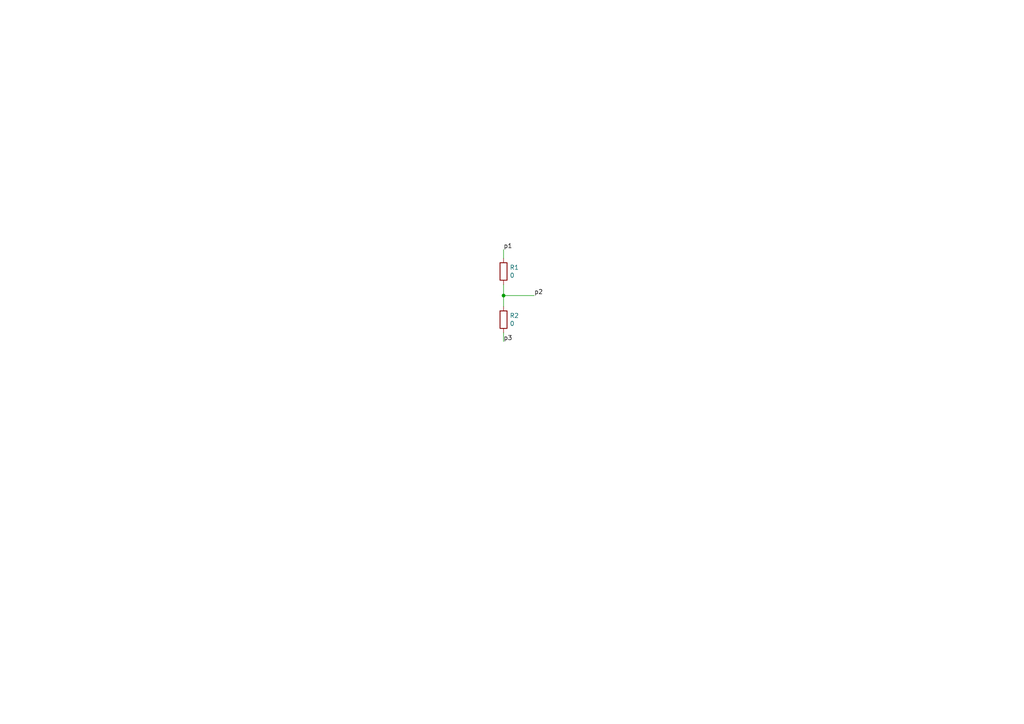
<source format=kicad_sch>
(kicad_sch (version 20231120) (generator "eeschema") (generator_version "8.0")
  (paper "A4")
  (lib_symbols
    (symbol "Device:R" (pin_numbers hide) (pin_names (offset 0))
      (property "Reference" "R" (at 2.032 0 90))
      (property "Value" "R" (at 0 0 90))
      (symbol "R_0_1"
        (rectangle (start -1.016 -2.54) (end 1.016 2.54) (stroke (width 0.254)))
      )
      (symbol "R_1_1"
        (pin passive line (at 0 3.81 270) (length 1.27) (name "~") (number "1"))
        (pin passive line (at 0 -3.81 90) (length 1.27) (name "~") (number "2"))
      )
    )
  )
  (junction (at 146.05 85.725))
  (wire (pts (xy 146.05 82.55) (xy 146.05 85.725)))
  (wire (pts (xy 146.05 85.725) (xy 146.05 88.9)))
  (wire (pts (xy 146.05 74.93) (xy 146.05 72.39)))
  (wire (pts (xy 146.05 99.06) (xy 146.05 96.52)))
  (wire (pts (xy 146.05 85.725) (xy 154.94 85.725)))
  (label "p1" (at 146.05 72.39 0))
  (label "p3" (at 146.05 99.06 0))
  (label "p2" (at 154.94 85.725 0))
  (symbol (lib_id "Device:R") (at 146.05 78.74 0) (unit 1)
    (property "Reference" "R1" (at 147.828 77.5716 0) (effects (justify left)))
    (property "Value" "0" (at 147.828 79.883 0) (effects (justify left)))
  )
  (symbol (lib_id "Device:R") (at 146.05 92.71 0) (unit 1)
    (property "Reference" "R2" (at 147.828 91.5416 0) (effects (justify left)))
    (property "Value" "0" (at 147.828 93.853 0) (effects (justify left)))
  )
)
</source>
